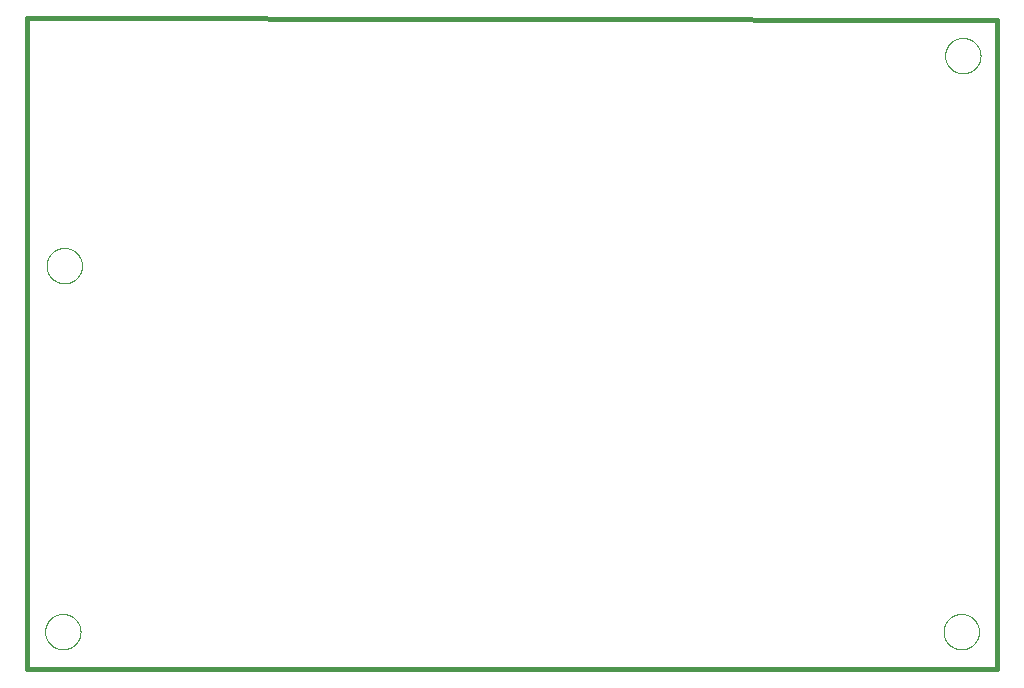
<source format=gbo>
G75*
%MOIN*%
%OFA0B0*%
%FSLAX25Y25*%
%IPPOS*%
%LPD*%
%AMOC8*
5,1,8,0,0,1.08239X$1,22.5*
%
%ADD10C,0.01600*%
%ADD11C,0.00000*%
D10*
X0034000Y0043800D02*
X0034000Y0260800D01*
X0357500Y0260300D01*
X0357500Y0043800D01*
X0034000Y0043800D01*
D11*
X0040094Y0056300D02*
X0040096Y0056453D01*
X0040102Y0056607D01*
X0040112Y0056760D01*
X0040126Y0056912D01*
X0040144Y0057065D01*
X0040166Y0057216D01*
X0040191Y0057367D01*
X0040221Y0057518D01*
X0040255Y0057668D01*
X0040292Y0057816D01*
X0040333Y0057964D01*
X0040378Y0058110D01*
X0040427Y0058256D01*
X0040480Y0058400D01*
X0040536Y0058542D01*
X0040596Y0058683D01*
X0040660Y0058823D01*
X0040727Y0058961D01*
X0040798Y0059097D01*
X0040873Y0059231D01*
X0040950Y0059363D01*
X0041032Y0059493D01*
X0041116Y0059621D01*
X0041204Y0059747D01*
X0041295Y0059870D01*
X0041389Y0059991D01*
X0041487Y0060109D01*
X0041587Y0060225D01*
X0041691Y0060338D01*
X0041797Y0060449D01*
X0041906Y0060557D01*
X0042018Y0060662D01*
X0042132Y0060763D01*
X0042250Y0060862D01*
X0042369Y0060958D01*
X0042491Y0061051D01*
X0042616Y0061140D01*
X0042743Y0061227D01*
X0042872Y0061309D01*
X0043003Y0061389D01*
X0043136Y0061465D01*
X0043271Y0061538D01*
X0043408Y0061607D01*
X0043547Y0061672D01*
X0043687Y0061734D01*
X0043829Y0061792D01*
X0043972Y0061847D01*
X0044117Y0061898D01*
X0044263Y0061945D01*
X0044410Y0061988D01*
X0044558Y0062027D01*
X0044707Y0062063D01*
X0044857Y0062094D01*
X0045008Y0062122D01*
X0045159Y0062146D01*
X0045312Y0062166D01*
X0045464Y0062182D01*
X0045617Y0062194D01*
X0045770Y0062202D01*
X0045923Y0062206D01*
X0046077Y0062206D01*
X0046230Y0062202D01*
X0046383Y0062194D01*
X0046536Y0062182D01*
X0046688Y0062166D01*
X0046841Y0062146D01*
X0046992Y0062122D01*
X0047143Y0062094D01*
X0047293Y0062063D01*
X0047442Y0062027D01*
X0047590Y0061988D01*
X0047737Y0061945D01*
X0047883Y0061898D01*
X0048028Y0061847D01*
X0048171Y0061792D01*
X0048313Y0061734D01*
X0048453Y0061672D01*
X0048592Y0061607D01*
X0048729Y0061538D01*
X0048864Y0061465D01*
X0048997Y0061389D01*
X0049128Y0061309D01*
X0049257Y0061227D01*
X0049384Y0061140D01*
X0049509Y0061051D01*
X0049631Y0060958D01*
X0049750Y0060862D01*
X0049868Y0060763D01*
X0049982Y0060662D01*
X0050094Y0060557D01*
X0050203Y0060449D01*
X0050309Y0060338D01*
X0050413Y0060225D01*
X0050513Y0060109D01*
X0050611Y0059991D01*
X0050705Y0059870D01*
X0050796Y0059747D01*
X0050884Y0059621D01*
X0050968Y0059493D01*
X0051050Y0059363D01*
X0051127Y0059231D01*
X0051202Y0059097D01*
X0051273Y0058961D01*
X0051340Y0058823D01*
X0051404Y0058683D01*
X0051464Y0058542D01*
X0051520Y0058400D01*
X0051573Y0058256D01*
X0051622Y0058110D01*
X0051667Y0057964D01*
X0051708Y0057816D01*
X0051745Y0057668D01*
X0051779Y0057518D01*
X0051809Y0057367D01*
X0051834Y0057216D01*
X0051856Y0057065D01*
X0051874Y0056912D01*
X0051888Y0056760D01*
X0051898Y0056607D01*
X0051904Y0056453D01*
X0051906Y0056300D01*
X0051904Y0056147D01*
X0051898Y0055993D01*
X0051888Y0055840D01*
X0051874Y0055688D01*
X0051856Y0055535D01*
X0051834Y0055384D01*
X0051809Y0055233D01*
X0051779Y0055082D01*
X0051745Y0054932D01*
X0051708Y0054784D01*
X0051667Y0054636D01*
X0051622Y0054490D01*
X0051573Y0054344D01*
X0051520Y0054200D01*
X0051464Y0054058D01*
X0051404Y0053917D01*
X0051340Y0053777D01*
X0051273Y0053639D01*
X0051202Y0053503D01*
X0051127Y0053369D01*
X0051050Y0053237D01*
X0050968Y0053107D01*
X0050884Y0052979D01*
X0050796Y0052853D01*
X0050705Y0052730D01*
X0050611Y0052609D01*
X0050513Y0052491D01*
X0050413Y0052375D01*
X0050309Y0052262D01*
X0050203Y0052151D01*
X0050094Y0052043D01*
X0049982Y0051938D01*
X0049868Y0051837D01*
X0049750Y0051738D01*
X0049631Y0051642D01*
X0049509Y0051549D01*
X0049384Y0051460D01*
X0049257Y0051373D01*
X0049128Y0051291D01*
X0048997Y0051211D01*
X0048864Y0051135D01*
X0048729Y0051062D01*
X0048592Y0050993D01*
X0048453Y0050928D01*
X0048313Y0050866D01*
X0048171Y0050808D01*
X0048028Y0050753D01*
X0047883Y0050702D01*
X0047737Y0050655D01*
X0047590Y0050612D01*
X0047442Y0050573D01*
X0047293Y0050537D01*
X0047143Y0050506D01*
X0046992Y0050478D01*
X0046841Y0050454D01*
X0046688Y0050434D01*
X0046536Y0050418D01*
X0046383Y0050406D01*
X0046230Y0050398D01*
X0046077Y0050394D01*
X0045923Y0050394D01*
X0045770Y0050398D01*
X0045617Y0050406D01*
X0045464Y0050418D01*
X0045312Y0050434D01*
X0045159Y0050454D01*
X0045008Y0050478D01*
X0044857Y0050506D01*
X0044707Y0050537D01*
X0044558Y0050573D01*
X0044410Y0050612D01*
X0044263Y0050655D01*
X0044117Y0050702D01*
X0043972Y0050753D01*
X0043829Y0050808D01*
X0043687Y0050866D01*
X0043547Y0050928D01*
X0043408Y0050993D01*
X0043271Y0051062D01*
X0043136Y0051135D01*
X0043003Y0051211D01*
X0042872Y0051291D01*
X0042743Y0051373D01*
X0042616Y0051460D01*
X0042491Y0051549D01*
X0042369Y0051642D01*
X0042250Y0051738D01*
X0042132Y0051837D01*
X0042018Y0051938D01*
X0041906Y0052043D01*
X0041797Y0052151D01*
X0041691Y0052262D01*
X0041587Y0052375D01*
X0041487Y0052491D01*
X0041389Y0052609D01*
X0041295Y0052730D01*
X0041204Y0052853D01*
X0041116Y0052979D01*
X0041032Y0053107D01*
X0040950Y0053237D01*
X0040873Y0053369D01*
X0040798Y0053503D01*
X0040727Y0053639D01*
X0040660Y0053777D01*
X0040596Y0053917D01*
X0040536Y0054058D01*
X0040480Y0054200D01*
X0040427Y0054344D01*
X0040378Y0054490D01*
X0040333Y0054636D01*
X0040292Y0054784D01*
X0040255Y0054932D01*
X0040221Y0055082D01*
X0040191Y0055233D01*
X0040166Y0055384D01*
X0040144Y0055535D01*
X0040126Y0055688D01*
X0040112Y0055840D01*
X0040102Y0055993D01*
X0040096Y0056147D01*
X0040094Y0056300D01*
X0040594Y0178300D02*
X0040596Y0178453D01*
X0040602Y0178607D01*
X0040612Y0178760D01*
X0040626Y0178912D01*
X0040644Y0179065D01*
X0040666Y0179216D01*
X0040691Y0179367D01*
X0040721Y0179518D01*
X0040755Y0179668D01*
X0040792Y0179816D01*
X0040833Y0179964D01*
X0040878Y0180110D01*
X0040927Y0180256D01*
X0040980Y0180400D01*
X0041036Y0180542D01*
X0041096Y0180683D01*
X0041160Y0180823D01*
X0041227Y0180961D01*
X0041298Y0181097D01*
X0041373Y0181231D01*
X0041450Y0181363D01*
X0041532Y0181493D01*
X0041616Y0181621D01*
X0041704Y0181747D01*
X0041795Y0181870D01*
X0041889Y0181991D01*
X0041987Y0182109D01*
X0042087Y0182225D01*
X0042191Y0182338D01*
X0042297Y0182449D01*
X0042406Y0182557D01*
X0042518Y0182662D01*
X0042632Y0182763D01*
X0042750Y0182862D01*
X0042869Y0182958D01*
X0042991Y0183051D01*
X0043116Y0183140D01*
X0043243Y0183227D01*
X0043372Y0183309D01*
X0043503Y0183389D01*
X0043636Y0183465D01*
X0043771Y0183538D01*
X0043908Y0183607D01*
X0044047Y0183672D01*
X0044187Y0183734D01*
X0044329Y0183792D01*
X0044472Y0183847D01*
X0044617Y0183898D01*
X0044763Y0183945D01*
X0044910Y0183988D01*
X0045058Y0184027D01*
X0045207Y0184063D01*
X0045357Y0184094D01*
X0045508Y0184122D01*
X0045659Y0184146D01*
X0045812Y0184166D01*
X0045964Y0184182D01*
X0046117Y0184194D01*
X0046270Y0184202D01*
X0046423Y0184206D01*
X0046577Y0184206D01*
X0046730Y0184202D01*
X0046883Y0184194D01*
X0047036Y0184182D01*
X0047188Y0184166D01*
X0047341Y0184146D01*
X0047492Y0184122D01*
X0047643Y0184094D01*
X0047793Y0184063D01*
X0047942Y0184027D01*
X0048090Y0183988D01*
X0048237Y0183945D01*
X0048383Y0183898D01*
X0048528Y0183847D01*
X0048671Y0183792D01*
X0048813Y0183734D01*
X0048953Y0183672D01*
X0049092Y0183607D01*
X0049229Y0183538D01*
X0049364Y0183465D01*
X0049497Y0183389D01*
X0049628Y0183309D01*
X0049757Y0183227D01*
X0049884Y0183140D01*
X0050009Y0183051D01*
X0050131Y0182958D01*
X0050250Y0182862D01*
X0050368Y0182763D01*
X0050482Y0182662D01*
X0050594Y0182557D01*
X0050703Y0182449D01*
X0050809Y0182338D01*
X0050913Y0182225D01*
X0051013Y0182109D01*
X0051111Y0181991D01*
X0051205Y0181870D01*
X0051296Y0181747D01*
X0051384Y0181621D01*
X0051468Y0181493D01*
X0051550Y0181363D01*
X0051627Y0181231D01*
X0051702Y0181097D01*
X0051773Y0180961D01*
X0051840Y0180823D01*
X0051904Y0180683D01*
X0051964Y0180542D01*
X0052020Y0180400D01*
X0052073Y0180256D01*
X0052122Y0180110D01*
X0052167Y0179964D01*
X0052208Y0179816D01*
X0052245Y0179668D01*
X0052279Y0179518D01*
X0052309Y0179367D01*
X0052334Y0179216D01*
X0052356Y0179065D01*
X0052374Y0178912D01*
X0052388Y0178760D01*
X0052398Y0178607D01*
X0052404Y0178453D01*
X0052406Y0178300D01*
X0052404Y0178147D01*
X0052398Y0177993D01*
X0052388Y0177840D01*
X0052374Y0177688D01*
X0052356Y0177535D01*
X0052334Y0177384D01*
X0052309Y0177233D01*
X0052279Y0177082D01*
X0052245Y0176932D01*
X0052208Y0176784D01*
X0052167Y0176636D01*
X0052122Y0176490D01*
X0052073Y0176344D01*
X0052020Y0176200D01*
X0051964Y0176058D01*
X0051904Y0175917D01*
X0051840Y0175777D01*
X0051773Y0175639D01*
X0051702Y0175503D01*
X0051627Y0175369D01*
X0051550Y0175237D01*
X0051468Y0175107D01*
X0051384Y0174979D01*
X0051296Y0174853D01*
X0051205Y0174730D01*
X0051111Y0174609D01*
X0051013Y0174491D01*
X0050913Y0174375D01*
X0050809Y0174262D01*
X0050703Y0174151D01*
X0050594Y0174043D01*
X0050482Y0173938D01*
X0050368Y0173837D01*
X0050250Y0173738D01*
X0050131Y0173642D01*
X0050009Y0173549D01*
X0049884Y0173460D01*
X0049757Y0173373D01*
X0049628Y0173291D01*
X0049497Y0173211D01*
X0049364Y0173135D01*
X0049229Y0173062D01*
X0049092Y0172993D01*
X0048953Y0172928D01*
X0048813Y0172866D01*
X0048671Y0172808D01*
X0048528Y0172753D01*
X0048383Y0172702D01*
X0048237Y0172655D01*
X0048090Y0172612D01*
X0047942Y0172573D01*
X0047793Y0172537D01*
X0047643Y0172506D01*
X0047492Y0172478D01*
X0047341Y0172454D01*
X0047188Y0172434D01*
X0047036Y0172418D01*
X0046883Y0172406D01*
X0046730Y0172398D01*
X0046577Y0172394D01*
X0046423Y0172394D01*
X0046270Y0172398D01*
X0046117Y0172406D01*
X0045964Y0172418D01*
X0045812Y0172434D01*
X0045659Y0172454D01*
X0045508Y0172478D01*
X0045357Y0172506D01*
X0045207Y0172537D01*
X0045058Y0172573D01*
X0044910Y0172612D01*
X0044763Y0172655D01*
X0044617Y0172702D01*
X0044472Y0172753D01*
X0044329Y0172808D01*
X0044187Y0172866D01*
X0044047Y0172928D01*
X0043908Y0172993D01*
X0043771Y0173062D01*
X0043636Y0173135D01*
X0043503Y0173211D01*
X0043372Y0173291D01*
X0043243Y0173373D01*
X0043116Y0173460D01*
X0042991Y0173549D01*
X0042869Y0173642D01*
X0042750Y0173738D01*
X0042632Y0173837D01*
X0042518Y0173938D01*
X0042406Y0174043D01*
X0042297Y0174151D01*
X0042191Y0174262D01*
X0042087Y0174375D01*
X0041987Y0174491D01*
X0041889Y0174609D01*
X0041795Y0174730D01*
X0041704Y0174853D01*
X0041616Y0174979D01*
X0041532Y0175107D01*
X0041450Y0175237D01*
X0041373Y0175369D01*
X0041298Y0175503D01*
X0041227Y0175639D01*
X0041160Y0175777D01*
X0041096Y0175917D01*
X0041036Y0176058D01*
X0040980Y0176200D01*
X0040927Y0176344D01*
X0040878Y0176490D01*
X0040833Y0176636D01*
X0040792Y0176784D01*
X0040755Y0176932D01*
X0040721Y0177082D01*
X0040691Y0177233D01*
X0040666Y0177384D01*
X0040644Y0177535D01*
X0040626Y0177688D01*
X0040612Y0177840D01*
X0040602Y0177993D01*
X0040596Y0178147D01*
X0040594Y0178300D01*
X0339594Y0056300D02*
X0339596Y0056453D01*
X0339602Y0056607D01*
X0339612Y0056760D01*
X0339626Y0056912D01*
X0339644Y0057065D01*
X0339666Y0057216D01*
X0339691Y0057367D01*
X0339721Y0057518D01*
X0339755Y0057668D01*
X0339792Y0057816D01*
X0339833Y0057964D01*
X0339878Y0058110D01*
X0339927Y0058256D01*
X0339980Y0058400D01*
X0340036Y0058542D01*
X0340096Y0058683D01*
X0340160Y0058823D01*
X0340227Y0058961D01*
X0340298Y0059097D01*
X0340373Y0059231D01*
X0340450Y0059363D01*
X0340532Y0059493D01*
X0340616Y0059621D01*
X0340704Y0059747D01*
X0340795Y0059870D01*
X0340889Y0059991D01*
X0340987Y0060109D01*
X0341087Y0060225D01*
X0341191Y0060338D01*
X0341297Y0060449D01*
X0341406Y0060557D01*
X0341518Y0060662D01*
X0341632Y0060763D01*
X0341750Y0060862D01*
X0341869Y0060958D01*
X0341991Y0061051D01*
X0342116Y0061140D01*
X0342243Y0061227D01*
X0342372Y0061309D01*
X0342503Y0061389D01*
X0342636Y0061465D01*
X0342771Y0061538D01*
X0342908Y0061607D01*
X0343047Y0061672D01*
X0343187Y0061734D01*
X0343329Y0061792D01*
X0343472Y0061847D01*
X0343617Y0061898D01*
X0343763Y0061945D01*
X0343910Y0061988D01*
X0344058Y0062027D01*
X0344207Y0062063D01*
X0344357Y0062094D01*
X0344508Y0062122D01*
X0344659Y0062146D01*
X0344812Y0062166D01*
X0344964Y0062182D01*
X0345117Y0062194D01*
X0345270Y0062202D01*
X0345423Y0062206D01*
X0345577Y0062206D01*
X0345730Y0062202D01*
X0345883Y0062194D01*
X0346036Y0062182D01*
X0346188Y0062166D01*
X0346341Y0062146D01*
X0346492Y0062122D01*
X0346643Y0062094D01*
X0346793Y0062063D01*
X0346942Y0062027D01*
X0347090Y0061988D01*
X0347237Y0061945D01*
X0347383Y0061898D01*
X0347528Y0061847D01*
X0347671Y0061792D01*
X0347813Y0061734D01*
X0347953Y0061672D01*
X0348092Y0061607D01*
X0348229Y0061538D01*
X0348364Y0061465D01*
X0348497Y0061389D01*
X0348628Y0061309D01*
X0348757Y0061227D01*
X0348884Y0061140D01*
X0349009Y0061051D01*
X0349131Y0060958D01*
X0349250Y0060862D01*
X0349368Y0060763D01*
X0349482Y0060662D01*
X0349594Y0060557D01*
X0349703Y0060449D01*
X0349809Y0060338D01*
X0349913Y0060225D01*
X0350013Y0060109D01*
X0350111Y0059991D01*
X0350205Y0059870D01*
X0350296Y0059747D01*
X0350384Y0059621D01*
X0350468Y0059493D01*
X0350550Y0059363D01*
X0350627Y0059231D01*
X0350702Y0059097D01*
X0350773Y0058961D01*
X0350840Y0058823D01*
X0350904Y0058683D01*
X0350964Y0058542D01*
X0351020Y0058400D01*
X0351073Y0058256D01*
X0351122Y0058110D01*
X0351167Y0057964D01*
X0351208Y0057816D01*
X0351245Y0057668D01*
X0351279Y0057518D01*
X0351309Y0057367D01*
X0351334Y0057216D01*
X0351356Y0057065D01*
X0351374Y0056912D01*
X0351388Y0056760D01*
X0351398Y0056607D01*
X0351404Y0056453D01*
X0351406Y0056300D01*
X0351404Y0056147D01*
X0351398Y0055993D01*
X0351388Y0055840D01*
X0351374Y0055688D01*
X0351356Y0055535D01*
X0351334Y0055384D01*
X0351309Y0055233D01*
X0351279Y0055082D01*
X0351245Y0054932D01*
X0351208Y0054784D01*
X0351167Y0054636D01*
X0351122Y0054490D01*
X0351073Y0054344D01*
X0351020Y0054200D01*
X0350964Y0054058D01*
X0350904Y0053917D01*
X0350840Y0053777D01*
X0350773Y0053639D01*
X0350702Y0053503D01*
X0350627Y0053369D01*
X0350550Y0053237D01*
X0350468Y0053107D01*
X0350384Y0052979D01*
X0350296Y0052853D01*
X0350205Y0052730D01*
X0350111Y0052609D01*
X0350013Y0052491D01*
X0349913Y0052375D01*
X0349809Y0052262D01*
X0349703Y0052151D01*
X0349594Y0052043D01*
X0349482Y0051938D01*
X0349368Y0051837D01*
X0349250Y0051738D01*
X0349131Y0051642D01*
X0349009Y0051549D01*
X0348884Y0051460D01*
X0348757Y0051373D01*
X0348628Y0051291D01*
X0348497Y0051211D01*
X0348364Y0051135D01*
X0348229Y0051062D01*
X0348092Y0050993D01*
X0347953Y0050928D01*
X0347813Y0050866D01*
X0347671Y0050808D01*
X0347528Y0050753D01*
X0347383Y0050702D01*
X0347237Y0050655D01*
X0347090Y0050612D01*
X0346942Y0050573D01*
X0346793Y0050537D01*
X0346643Y0050506D01*
X0346492Y0050478D01*
X0346341Y0050454D01*
X0346188Y0050434D01*
X0346036Y0050418D01*
X0345883Y0050406D01*
X0345730Y0050398D01*
X0345577Y0050394D01*
X0345423Y0050394D01*
X0345270Y0050398D01*
X0345117Y0050406D01*
X0344964Y0050418D01*
X0344812Y0050434D01*
X0344659Y0050454D01*
X0344508Y0050478D01*
X0344357Y0050506D01*
X0344207Y0050537D01*
X0344058Y0050573D01*
X0343910Y0050612D01*
X0343763Y0050655D01*
X0343617Y0050702D01*
X0343472Y0050753D01*
X0343329Y0050808D01*
X0343187Y0050866D01*
X0343047Y0050928D01*
X0342908Y0050993D01*
X0342771Y0051062D01*
X0342636Y0051135D01*
X0342503Y0051211D01*
X0342372Y0051291D01*
X0342243Y0051373D01*
X0342116Y0051460D01*
X0341991Y0051549D01*
X0341869Y0051642D01*
X0341750Y0051738D01*
X0341632Y0051837D01*
X0341518Y0051938D01*
X0341406Y0052043D01*
X0341297Y0052151D01*
X0341191Y0052262D01*
X0341087Y0052375D01*
X0340987Y0052491D01*
X0340889Y0052609D01*
X0340795Y0052730D01*
X0340704Y0052853D01*
X0340616Y0052979D01*
X0340532Y0053107D01*
X0340450Y0053237D01*
X0340373Y0053369D01*
X0340298Y0053503D01*
X0340227Y0053639D01*
X0340160Y0053777D01*
X0340096Y0053917D01*
X0340036Y0054058D01*
X0339980Y0054200D01*
X0339927Y0054344D01*
X0339878Y0054490D01*
X0339833Y0054636D01*
X0339792Y0054784D01*
X0339755Y0054932D01*
X0339721Y0055082D01*
X0339691Y0055233D01*
X0339666Y0055384D01*
X0339644Y0055535D01*
X0339626Y0055688D01*
X0339612Y0055840D01*
X0339602Y0055993D01*
X0339596Y0056147D01*
X0339594Y0056300D01*
X0340094Y0248300D02*
X0340096Y0248453D01*
X0340102Y0248607D01*
X0340112Y0248760D01*
X0340126Y0248912D01*
X0340144Y0249065D01*
X0340166Y0249216D01*
X0340191Y0249367D01*
X0340221Y0249518D01*
X0340255Y0249668D01*
X0340292Y0249816D01*
X0340333Y0249964D01*
X0340378Y0250110D01*
X0340427Y0250256D01*
X0340480Y0250400D01*
X0340536Y0250542D01*
X0340596Y0250683D01*
X0340660Y0250823D01*
X0340727Y0250961D01*
X0340798Y0251097D01*
X0340873Y0251231D01*
X0340950Y0251363D01*
X0341032Y0251493D01*
X0341116Y0251621D01*
X0341204Y0251747D01*
X0341295Y0251870D01*
X0341389Y0251991D01*
X0341487Y0252109D01*
X0341587Y0252225D01*
X0341691Y0252338D01*
X0341797Y0252449D01*
X0341906Y0252557D01*
X0342018Y0252662D01*
X0342132Y0252763D01*
X0342250Y0252862D01*
X0342369Y0252958D01*
X0342491Y0253051D01*
X0342616Y0253140D01*
X0342743Y0253227D01*
X0342872Y0253309D01*
X0343003Y0253389D01*
X0343136Y0253465D01*
X0343271Y0253538D01*
X0343408Y0253607D01*
X0343547Y0253672D01*
X0343687Y0253734D01*
X0343829Y0253792D01*
X0343972Y0253847D01*
X0344117Y0253898D01*
X0344263Y0253945D01*
X0344410Y0253988D01*
X0344558Y0254027D01*
X0344707Y0254063D01*
X0344857Y0254094D01*
X0345008Y0254122D01*
X0345159Y0254146D01*
X0345312Y0254166D01*
X0345464Y0254182D01*
X0345617Y0254194D01*
X0345770Y0254202D01*
X0345923Y0254206D01*
X0346077Y0254206D01*
X0346230Y0254202D01*
X0346383Y0254194D01*
X0346536Y0254182D01*
X0346688Y0254166D01*
X0346841Y0254146D01*
X0346992Y0254122D01*
X0347143Y0254094D01*
X0347293Y0254063D01*
X0347442Y0254027D01*
X0347590Y0253988D01*
X0347737Y0253945D01*
X0347883Y0253898D01*
X0348028Y0253847D01*
X0348171Y0253792D01*
X0348313Y0253734D01*
X0348453Y0253672D01*
X0348592Y0253607D01*
X0348729Y0253538D01*
X0348864Y0253465D01*
X0348997Y0253389D01*
X0349128Y0253309D01*
X0349257Y0253227D01*
X0349384Y0253140D01*
X0349509Y0253051D01*
X0349631Y0252958D01*
X0349750Y0252862D01*
X0349868Y0252763D01*
X0349982Y0252662D01*
X0350094Y0252557D01*
X0350203Y0252449D01*
X0350309Y0252338D01*
X0350413Y0252225D01*
X0350513Y0252109D01*
X0350611Y0251991D01*
X0350705Y0251870D01*
X0350796Y0251747D01*
X0350884Y0251621D01*
X0350968Y0251493D01*
X0351050Y0251363D01*
X0351127Y0251231D01*
X0351202Y0251097D01*
X0351273Y0250961D01*
X0351340Y0250823D01*
X0351404Y0250683D01*
X0351464Y0250542D01*
X0351520Y0250400D01*
X0351573Y0250256D01*
X0351622Y0250110D01*
X0351667Y0249964D01*
X0351708Y0249816D01*
X0351745Y0249668D01*
X0351779Y0249518D01*
X0351809Y0249367D01*
X0351834Y0249216D01*
X0351856Y0249065D01*
X0351874Y0248912D01*
X0351888Y0248760D01*
X0351898Y0248607D01*
X0351904Y0248453D01*
X0351906Y0248300D01*
X0351904Y0248147D01*
X0351898Y0247993D01*
X0351888Y0247840D01*
X0351874Y0247688D01*
X0351856Y0247535D01*
X0351834Y0247384D01*
X0351809Y0247233D01*
X0351779Y0247082D01*
X0351745Y0246932D01*
X0351708Y0246784D01*
X0351667Y0246636D01*
X0351622Y0246490D01*
X0351573Y0246344D01*
X0351520Y0246200D01*
X0351464Y0246058D01*
X0351404Y0245917D01*
X0351340Y0245777D01*
X0351273Y0245639D01*
X0351202Y0245503D01*
X0351127Y0245369D01*
X0351050Y0245237D01*
X0350968Y0245107D01*
X0350884Y0244979D01*
X0350796Y0244853D01*
X0350705Y0244730D01*
X0350611Y0244609D01*
X0350513Y0244491D01*
X0350413Y0244375D01*
X0350309Y0244262D01*
X0350203Y0244151D01*
X0350094Y0244043D01*
X0349982Y0243938D01*
X0349868Y0243837D01*
X0349750Y0243738D01*
X0349631Y0243642D01*
X0349509Y0243549D01*
X0349384Y0243460D01*
X0349257Y0243373D01*
X0349128Y0243291D01*
X0348997Y0243211D01*
X0348864Y0243135D01*
X0348729Y0243062D01*
X0348592Y0242993D01*
X0348453Y0242928D01*
X0348313Y0242866D01*
X0348171Y0242808D01*
X0348028Y0242753D01*
X0347883Y0242702D01*
X0347737Y0242655D01*
X0347590Y0242612D01*
X0347442Y0242573D01*
X0347293Y0242537D01*
X0347143Y0242506D01*
X0346992Y0242478D01*
X0346841Y0242454D01*
X0346688Y0242434D01*
X0346536Y0242418D01*
X0346383Y0242406D01*
X0346230Y0242398D01*
X0346077Y0242394D01*
X0345923Y0242394D01*
X0345770Y0242398D01*
X0345617Y0242406D01*
X0345464Y0242418D01*
X0345312Y0242434D01*
X0345159Y0242454D01*
X0345008Y0242478D01*
X0344857Y0242506D01*
X0344707Y0242537D01*
X0344558Y0242573D01*
X0344410Y0242612D01*
X0344263Y0242655D01*
X0344117Y0242702D01*
X0343972Y0242753D01*
X0343829Y0242808D01*
X0343687Y0242866D01*
X0343547Y0242928D01*
X0343408Y0242993D01*
X0343271Y0243062D01*
X0343136Y0243135D01*
X0343003Y0243211D01*
X0342872Y0243291D01*
X0342743Y0243373D01*
X0342616Y0243460D01*
X0342491Y0243549D01*
X0342369Y0243642D01*
X0342250Y0243738D01*
X0342132Y0243837D01*
X0342018Y0243938D01*
X0341906Y0244043D01*
X0341797Y0244151D01*
X0341691Y0244262D01*
X0341587Y0244375D01*
X0341487Y0244491D01*
X0341389Y0244609D01*
X0341295Y0244730D01*
X0341204Y0244853D01*
X0341116Y0244979D01*
X0341032Y0245107D01*
X0340950Y0245237D01*
X0340873Y0245369D01*
X0340798Y0245503D01*
X0340727Y0245639D01*
X0340660Y0245777D01*
X0340596Y0245917D01*
X0340536Y0246058D01*
X0340480Y0246200D01*
X0340427Y0246344D01*
X0340378Y0246490D01*
X0340333Y0246636D01*
X0340292Y0246784D01*
X0340255Y0246932D01*
X0340221Y0247082D01*
X0340191Y0247233D01*
X0340166Y0247384D01*
X0340144Y0247535D01*
X0340126Y0247688D01*
X0340112Y0247840D01*
X0340102Y0247993D01*
X0340096Y0248147D01*
X0340094Y0248300D01*
M02*

</source>
